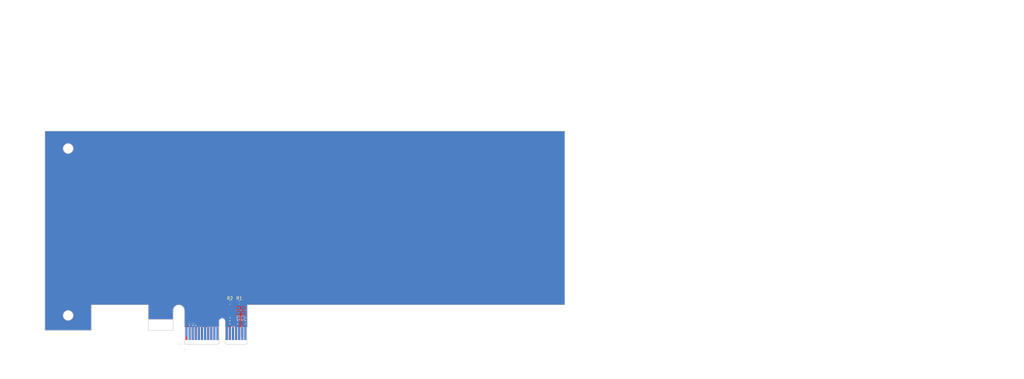
<source format=kicad_pcb>
(kicad_pcb (version 20241229) (generator "pcbnew") (generator_version "9.0")
  (title_block (title "PCIexpress_x16_full") (company "Author: Luca Anastasio"))
  (layers (0 "F.Cu" power) (4 "In1.Cu" power) (6 "In2.Cu" power) (2 "B.Cu" power) (13 "F.Paste" user) (15 "B.Paste" user) (5 "F.SilkS" user "F.Silkscreen") (7 "B.SilkS" user "B.Silkscreen") (1 "F.Mask" user) (3 "B.Mask" user) (25 "Edge.Cuts" user))
  (net 0 "")
  (net 1 "GND")
  (net 2 "+12V")
  (net 3 "+3V3")
  (net 4 "+3.3VA")
  (net 5 "Net-(J2-PadB12)")
  (net 6 "/PER0_P")
  (net 7 "/PER0_N")
  (net 8 "/SMCLK")
  (net 9 "/SMDAT")
  (net 10 "/~{TRST}")
  (net 11 "/~{WAKE}")
  (net 12 "/PET0_P")
  (net 13 "/PET0_N")
  (net 14 "/~{PRSNT2x1}")
  (net 15 "/~{PRSNT1}")
  (net 16 "/TCK")
  (net 17 "/TDI")
  (net 18 "/TDO")
  (net 19 "/TMS")
  (net 20 "/~{PERST}")
  (net 21 "/REFCLK-")
  (net 22 "/REFCLK+")
  (net 23 "/PCIexpress_connector/_PER0_P")
  (net 24 "/PCIexpress_connector/_PER0_N")
  (footprint "PCIexpress:PCIexpress_bracket_low" (layer "F.Cu") (at 109.625 194.125)
    (property "Reference" "J1" (hide yes))
    (property "Value" "PCIexpress_bracket")
  )
  (footprint "Resistor_SMD:R_0603_1608Metric" (layer "F.Cu") (at 127.125 180.625)
    (property "Reference" "R1" (at 0 -1.375 0) (layer "F.SilkS"))
    (property "Value" "49.9")
    (fp_line (start -0.162779 -0.51) (end 0.162779 -0.51) (stroke (width 0.12)) (layer "F.SilkS"))
    (fp_line (start -0.162779 0.51) (end 0.162779 0.51) (stroke (width 0.12)) (layer "F.SilkS"))
    (pad "1" smd roundrect (at -0.7875 0) (size 0.875 0.95) (layers "F.Cu" "F.Mask" "F.Paste") (net 13 "/PET0_N"))
    (pad "2" smd roundrect (at 0.7875 0) (size 0.875 0.95) (layers "F.Cu" "F.Mask" "F.Paste") (net 1 "GND"))
  )
  (footprint "Resistor_SMD:R_0603_1608Metric" (layer "F.Cu") (at 124.125 180.625 180)
    (property "Reference" "R2" (at 0 1.375 0) (layer "F.SilkS"))
    (property "Value" "49.9")
    (fp_line (start -0.162779 0.51) (end 0.162779 0.51) (stroke (width 0.12)) (layer "F.SilkS"))
    (fp_line (start -0.162779 -0.51) (end 0.162779 -0.51) (stroke (width 0.12)) (layer "F.SilkS"))
    (pad "1" smd roundrect (at -0.7875 0 180) (size 0.875 0.95) (layers "F.Cu" "F.Mask" "F.Paste") (net 12 "/PET0_P"))
    (pad "2" smd roundrect (at 0.7875 0 180) (size 0.875 0.95) (layers "F.Cu" "F.Mask" "F.Paste") (net 1 "GND"))
  )
  (footprint "PCIexpress:PCIexpress_x1" (layer "F.Cu") (at 109.625 194.125)
    (property "Reference" "J2" (hide yes))
    (property "Value" "PCIexpress_x1")
    (pad "A1" connect rect (at 0.5 -4) (size 0.7 3.2) (layers "B.Cu") (net 15 "/~{PRSNT1}"))
    (pad "A2" connect rect (at 1.5 -3.5) (size 0.7 4.2) (layers "B.Cu") (net 2 "+12V"))
    (pad "A3" connect rect (at 2.5 -3.5) (size 0.7 4.2) (layers "B.Cu") (net 2 "+12V"))
    (pad "A4" connect rect (at 3.5 -3.5) (size 0.7 4.2) (layers "B.Cu") (net 1 "GND"))
    (pad "A5" connect rect (at 4.5 -3.5) (size 0.7 4.2) (layers "B.Cu") (net 16 "/TCK"))
    (pad "A6" connect rect (at 5.5 -3.5) (size 0.7 4.2) (layers "B.Cu") (net 17 "/TDI"))
    (pad "A7" connect rect (at 6.5 -3.5) (size 0.7 4.2) (layers "B.Cu") (net 18 "/TDO"))
    (pad "A8" connect rect (at 7.5 -3.5) (size 0.7 4.2) (layers "B.Cu") (net 19 "/TMS"))
    (pad "A9" connect rect (at 8.5 -3.5) (size 0.7 4.2) (layers "B.Cu") (net 3 "+3V3"))
    (pad "A10" connect rect (at 9.5 -3.5) (size 0.7 4.2) (layers "B.Cu") (net 3 "+3V3"))
    (pad "A11" connect rect (at 10.5 -3.5) (size 0.7 4.2) (layers "B.Cu") (net 20 "/~{PERST}"))
    (pad "A12" connect rect (at 13.5 -3.5) (size 0.7 4.2) (layers "B.Cu") (net 1 "GND"))
    (pad "A13" connect rect (at 14.5 -3.5) (size 0.7 4.2) (layers "B.Cu") (net 22 "/REFCLK+"))
    (pad "A14" connect rect (at 15.5 -3.5) (size 0.7 4.2) (layers "B.Cu") (net 21 "/REFCLK-"))
    (pad "A15" connect rect (at 16.5 -3.5) (size 0.7 4.2) (layers "B.Cu") (net 1 "GND"))
    (pad "A16" connect rect (at 17.5 -3.5) (size 0.7 4.2) (layers "B.Cu") (net 23 "/PCIexpress_connector/_PER0_P"))
    (pad "A17" connect rect (at 18.5 -3.5) (size 0.7 4.2) (layers "B.Cu") (net 24 "/PCIexpress_connector/_PER0_N"))
    (pad "A18" connect rect (at 19.5 -3.5) (size 0.7 4.2) (layers "B.Cu") (net 1 "GND"))
    (pad "B1" connect rect (at 0.5 -3.5) (size 0.7 4.2) (layers "F.Cu") (net 2 "+12V"))
    (pad "B2" connect rect (at 1.5 -3.5) (size 0.7 4.2) (layers "F.Cu") (net 2 "+12V"))
    (pad "B3" connect rect (at 2.5 -3.5) (size 0.7 4.2) (layers "F.Cu") (net 2 "+12V"))
    (pad "B4" connect rect (at 3.5 -3.5) (size 0.7 4.2) (layers "F.Cu") (net 1 "GND"))
    (pad "B5" connect rect (at 4.5 -3.5) (size 0.7 4.2) (layers "F.Cu") (net 8 "/SMCLK"))
    (pad "B6" connect rect (at 5.5 -3.5) (size 0.7 4.2) (layers "F.Cu") (net 9 "/SMDAT"))
    (pad "B7" connect rect (at 6.5 -3.5) (size 0.7 4.2) (layers "F.Cu") (net 1 "GND"))
    (pad "B8" connect rect (at 7.5 -3.5) (size 0.7 4.2) (layers "F.Cu") (net 3 "+3V3"))
    (pad "B9" connect rect (at 8.5 -3.5) (size 0.7 4.2) (layers "F.Cu") (net 10 "/~{TRST}"))
    (pad "B10" connect rect (at 9.5 -3.5) (size 0.7 4.2) (layers "F.Cu") (net 4 "+3.3VA"))
    (pad "B11" connect rect (at 10.5 -3.5) (size 0.7 4.2) (layers "F.Cu") (net 11 "/~{WAKE}"))
    (pad "B12" connect rect (at 13.5 -3.5) (size 0.7 4.2) (layers "F.Cu") (net 5 "Net-(J2-PadB12)"))
    (pad "B13" connect rect (at 14.5 -3.5) (size 0.7 4.2) (layers "F.Cu") (net 1 "GND"))
    (pad "B14" connect rect (at 15.5 -3.5) (size 0.7 4.2) (layers "F.Cu") (net 12 "/PET0_P"))
    (pad "B15" connect rect (at 16.5 -3.5) (size 0.7 4.2) (layers "F.Cu") (net 13 "/PET0_N"))
    (pad "B16" connect rect (at 17.5 -3.5) (size 0.7 4.2) (layers "F.Cu") (net 1 "GND"))
    (pad "B17" connect rect (at 18.5 -4) (size 0.7 3.2) (layers "F.Cu") (net 14 "/~{PRSNT2x1}"))
    (pad "B18" connect rect (at 19.5 -3.5) (size 0.7 4.2) (layers "F.Cu") (net 1 "GND"))
  )
  (footprint "Capacitor_SMD:C_0603_1608Metric" (layer "B.Cu") (at 126.875 183.125 -90)
    (property "Reference" "C1" (at 2.5 0 90) (layer "B.SilkS") (effects (justify mirror)))
    (property "Value" "100n")
    (fp_line (start -0.162779 0.51) (end 0.162779 0.51) (stroke (width 0.12)) (layer "B.SilkS"))
    (fp_line (start -0.162779 -0.51) (end 0.162779 -0.51) (stroke (width 0.12)) (layer "B.SilkS"))
    (pad "1" smd roundrect (at -0.7875 0 270) (size 0.875 0.95) (layers "B.Cu" "B.Mask" "B.Paste") (net 6 "/PER0_P"))
    (pad "2" smd roundrect (at 0.7875 0 270) (size 0.875 0.95) (layers "B.Cu" "B.Mask" "B.Paste") (net 23 "/PCIexpress_connector/_PER0_P"))
  )
  (footprint "Capacitor_SMD:C_0603_1608Metric" (layer "B.Cu") (at 128.375 183.125 90)
    (property "Reference" "C2" (at -2.5 0 90) (layer "B.SilkS") (effects (justify mirror)))
    (property "Value" "100n")
    (fp_line (start -0.162779 -0.51) (end 0.162779 -0.51) (stroke (width 0.12)) (layer "B.SilkS"))
    (fp_line (start -0.162779 0.51) (end 0.162779 0.51) (stroke (width 0.12)) (layer "B.SilkS"))
    (pad "1" smd roundrect (at -0.7875 0 90) (size 0.875 0.95) (layers "B.Cu" "B.Mask" "B.Paste") (net 24 "/PCIexpress_connector/_PER0_N"))
    (pad "2" smd roundrect (at 0.7875 0 90) (size 0.875 0.95) (layers "B.Cu" "B.Mask" "B.Paste") (net 7 "/PER0_N"))
  )
  (gr_line (start 79.475 181.375) (end 97.825 181.375) (stroke (width 0.15)) (layer "Edge.Cuts"))
  (gr_circle (center 71.975 130.875) (end 73.575 130.875) (stroke (width 0.15)) (fill no) (layer "Edge.Cuts"))
  (gr_line (start 120.175 194.125) (end 120.675 193.625) (stroke (width 0.15)) (layer "Edge.Cuts"))
  (gr_line (start 129.775 193.625) (end 129.275 194.125) (stroke (width 0.15)) (layer "Edge.Cuts"))
  (gr_line (start 122.575 186.675) (end 122.575 193.625) (stroke (width 0.15)) (layer "Edge.Cuts"))
  (gr_line (start 79.475 189.625) (end 79.475 181.375) (stroke (width 0.15)) (layer "Edge.Cuts"))
  (gr_line (start 97.825 189.625) (end 105.825 189.625) (stroke (width 0.15)) (layer "Edge.Cuts"))
  (gr_line (start 232.125 181.375) (end 129.775 181.375) (stroke (width 0.15)) (layer "Edge.Cuts"))
  (gr_line (start 64.475 125.225) (end 64.475 189.625) (stroke (width 0.15)) (layer "Edge.Cuts"))
  (gr_line (start 64.475 189.625) (end 79.475 189.625) (stroke (width 0.15)) (layer "Edge.Cuts"))
  (gr_line (start 122.575 193.625) (end 123.075 194.125) (stroke (width 0.15)) (layer "Edge.Cuts"))
  (gr_arc (start 105.825 183.2) (mid 107.65 181.375) (end 109.475 183.2) (stroke (width 0.15)) (layer "Edge.Cuts"))
  (gr_line (start 109.475 193.625) (end 109.975 194.125) (stroke (width 0.15)) (layer "Edge.Cuts"))
  (gr_line (start 109.475 183.2) (end 109.475 193.625) (stroke (width 0.15)) (layer "Edge.Cuts"))
  (gr_circle (center 71.975 184.775) (end 73.575 184.775) (stroke (width 0.15)) (fill no) (layer "Edge.Cuts"))
  (gr_line (start 232.125 181.375) (end 232.125 125.225) (stroke (width 0.15)) (layer "Edge.Cuts"))
  (gr_line (start 105.825 189.625) (end 105.825 183.2) (stroke (width 0.15)) (layer "Edge.Cuts"))
  (gr_line (start 129.775 181.375) (end 129.775 193.625) (stroke (width 0.15)) (layer "Edge.Cuts"))
  (gr_arc (start 120.675 186.675) (mid 121.625 185.725) (end 122.575 186.675) (stroke (width 0.15)) (layer "Edge.Cuts"))
  (gr_line (start 109.975 194.125) (end 120.175 194.125) (stroke (width 0.15)) (layer "Edge.Cuts"))
  (gr_line (start 129.275 194.125) (end 123.075 194.125) (stroke (width 0.15)) (layer "Edge.Cuts"))
  (gr_line (start 97.825 181.375) (end 97.825 189.625) (stroke (width 0.15)) (layer "Edge.Cuts"))
  (gr_line (start 120.675 193.625) (end 120.675 186.675) (stroke (width 0.15)) (layer "Edge.Cuts"))
  (gr_line (start 232.125 125.225) (end 64.475 125.225) (stroke (width 0.15)) (layer "Edge.Cuts"))
  (target plus (at 109.625 194.125) (size 5) (width 0.05) (layer "Edge.Cuts"))
  (segment (start 113.125 188.125) (end 113.125 188.125) (width 0.7) (layer "F.Cu") (net 1))
  (segment (start 113.125 190.625) (end 113.125 188) (width 0.7) (layer "F.Cu") (net 1))
  (via (at 124.125 185.5) (size 0.55) (drill 0.3) (layers "F.Cu" "B.Cu") (net 1))
  (via (at 129.125 185.5) (size 0.55) (drill 0.3) (layers "F.Cu" "B.Cu") (net 1))
  (via (at 126.625 185.5) (size 0.55) (drill 0.3) (layers "F.Cu" "B.Cu") (net 1))
  (via (at 124.125 187.5) (size 0.55) (drill 0.3) (layers "F.Cu" "B.Cu") (net 1))
  (via (at 126.625 186.5) (size 0.55) (drill 0.3) (layers "F.Cu" "B.Cu") (net 1))
  (via (at 113.125 188) (size 0.55) (drill 0.3) (layers "F.Cu" "B.Cu") (net 1))
  (via (at 129.125 186.5) (size 0.55) (drill 0.3) (layers "F.Cu" "B.Cu") (net 1))
  (via (at 126.625 187.5) (size 0.55) (drill 0.3) (layers "F.Cu" "B.Cu") (net 1))
  (via (at 129.125 187.5) (size 0.55) (drill 0.3) (layers "F.Cu" "B.Cu") (net 1))
  (via (at 124.125 186.5) (size 0.55) (drill 0.3) (layers "F.Cu" "B.Cu") (net 1))
  (segment (start 111.125 190.625) (end 111.125 188) (width 0.0889) (layer "F.Cu") (net 2))
  (via (at 112.125 188) (size 0.55) (drill 0.3) (layers "F.Cu" "B.Cu") (net 2))
  (via (at 111.125 188) (size 0.55) (drill 0.3) (layers "F.Cu" "B.Cu") (net 2))
  (segment (start 125.125 190.625) (end 125.125 188.375) (width 0.2) (layer "F.Cu") (net 12))
  (segment (start 125.125 188.375) (end 125.425 188.075) (width 0.2) (layer "F.Cu") (net 12))
  (segment (start 125.425 188.075) (end 125.425 181.78125) (width 0.2) (layer "F.Cu") (net 12))
  (segment (start 125.425 181.78125) (end 124.9125 181.26875) (width 0.2) (layer "F.Cu") (net 12))
  (segment (start 124.9125 181.26875) (end 124.9125 180.625) (width 0.2) (layer "F.Cu") (net 12))
  (segment (start 125.825 181.8) (end 126.3375 181.2875) (width 0.2) (layer "F.Cu") (net 13))
  (segment (start 126.3375 181.2875) (end 126.3375 180.625) (width 0.2) (layer "F.Cu") (net 13))
  (segment (start 126.125 190.625) (end 126.125 188.375) (width 0.2) (layer "F.Cu") (net 13))
  (segment (start 126.125 188.375) (end 125.825 188.075) (width 0.2) (layer "F.Cu") (net 13))
  (segment (start 125.825 188.075) (end 125.825 181.8) (width 0.2) (layer "F.Cu") (net 13))
  (segment (start 126.875 184.5) (end 127.425 185.05) (width 0.2) (layer "B.Cu") (net 23))
  (segment (start 127.425 188.075) (end 127.125 188.375) (width 0.2) (layer "B.Cu") (net 23))
  (segment (start 127.125 188.375) (end 127.125 190.625) (width 0.2) (layer "B.Cu") (net 23))
  (segment (start 127.425 185.05) (end 127.425 188.075) (width 0.2) (layer "B.Cu") (net 23))
  (segment (start 126.875 183.9125) (end 126.875 184.5) (width 0.2) (layer "B.Cu") (net 23))
  (segment (start 127.825 185.05) (end 127.825 188.075) (width 0.2) (layer "B.Cu") (net 24))
  (segment (start 128.125 188.375) (end 128.125 190.625) (width 0.2) (layer "B.Cu") (net 24))
  (segment (start 128.375 184.5) (end 127.825 185.05) (width 0.2) (layer "B.Cu") (net 24))
  (segment (start 127.825 188.075) (end 128.125 188.375) (width 0.2) (layer "B.Cu") (net 24))
  (segment (start 128.375 183.9125) (end 128.375 184.5) (width 0.2) (layer "B.Cu") (net 24))
  (zone (net 2) (net_name "+12V") (layer "F.Cu") (priority 2) (connect_pads thru_hole_only (clearance 0)) (min_thickness 0.25) (fill yes (thermal_gap 0.508) (thermal_bridge_width 0.508))
    (polygon (pts (xy 112.625 188.526) (xy 109.375 188.526) (xy 109.375 187.5) (xy 112.625 187.5)))
  )
  (zone (net 1) (net_name "GND") (layer "F.Cu") (connect_pads thru_hole_only (clearance 0)) (min_thickness 0.25) (fill yes (thermal_gap 0.508) (thermal_bridge_width 0.508))
    (polygon (pts (xy 64.5 125.25) (xy 232.125 125.25) (xy 232.125 181.375) (xy 129.875 181.375) (xy 129.875 188.525) (xy 109.375 188.525) (xy 109.375 183.25) (xy 105.875 183.25) (xy 105.875 186) (xy 97.75 186) (xy 97.75 181.375) (xy 79.5 181.375) (xy 79.5 189.625) (xy 64.5 189.625)))
  )
  (zone (net 0) (net_name "") (layers "F.Cu" "B.Cu" "In1.Cu" "In2.Cu") (connect_pads (clearance 0)) (min_thickness 0.254)
    (keepout (tracks not_allowed) (vias not_allowed) (pads allowed) (copperpour not_allowed) (footprints allowed))
    (fill (thermal_gap 0.508) (thermal_bridge_width 0.508))
    (polygon (pts (xy 97.825 186.125) (xy 105.825 186.125) (xy 105.825 189.625) (xy 97.825 189.625)))
  )
  (zone (net 2) (net_name "+12V") (layer "B.Cu") (priority 2) (connect_pads thru_hole_only (clearance 0)) (min_thickness 0.25) (fill yes (thermal_gap 0.508) (thermal_bridge_width 0.508))
    (polygon (pts (xy 112.625 188.526) (xy 110.625 188.526) (xy 110.625 187.5) (xy 112.625 187.5)))
  )
  (zone (net 1) (net_name "GND") (layer "B.Cu") (connect_pads thru_hole_only (clearance 0)) (min_thickness 0.25) (fill yes (thermal_gap 0.508) (thermal_bridge_width 0.508))
    (polygon (pts (xy 64.5 125.25) (xy 232.125 125.25) (xy 232.125 181.375) (xy 129.875 181.375) (xy 129.875 188.525) (xy 109.375 188.525) (xy 109.375 183.25) (xy 105.875 183.25) (xy 105.875 186) (xy 97.75 186) (xy 97.75 181.375) (xy 79.5 181.375) (xy 79.5 189.625) (xy 64.5 189.625)))
  )
)
</source>
